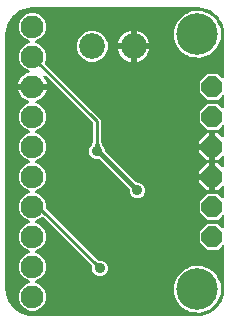
<source format=gbr>
G04 EAGLE Gerber RS-274X export*
G75*
%MOMM*%
%FSLAX34Y34*%
%LPD*%
%INBottom Copper*%
%IPPOS*%
%AMOC8*
5,1,8,0,0,1.08239X$1,22.5*%
G01*
%ADD10C,2.184400*%
%ADD11C,3.516000*%
%ADD12C,1.930400*%
%ADD13P,1.924489X8X202.500000*%
%ADD14C,0.254000*%
%ADD15C,0.906400*%
%ADD16C,0.406400*%

G36*
X165122Y2543D02*
X165122Y2543D01*
X165200Y2545D01*
X168577Y2810D01*
X168645Y2824D01*
X168714Y2829D01*
X168870Y2869D01*
X175294Y4956D01*
X175401Y5006D01*
X175512Y5050D01*
X175563Y5083D01*
X175582Y5091D01*
X175597Y5104D01*
X175648Y5136D01*
X181112Y9107D01*
X181199Y9188D01*
X181246Y9227D01*
X181252Y9231D01*
X181253Y9233D01*
X181291Y9264D01*
X181329Y9310D01*
X181344Y9324D01*
X181355Y9342D01*
X181393Y9388D01*
X183086Y11717D01*
X183099Y11741D01*
X183116Y11761D01*
X183175Y11880D01*
X183239Y11996D01*
X183246Y12022D01*
X183258Y12046D01*
X183285Y12174D01*
X183299Y12185D01*
X183323Y12196D01*
X183425Y12280D01*
X183531Y12361D01*
X183548Y12381D01*
X183568Y12398D01*
X183671Y12522D01*
X185364Y14852D01*
X185421Y14956D01*
X185485Y15056D01*
X185507Y15113D01*
X185517Y15131D01*
X185522Y15151D01*
X185544Y15206D01*
X187631Y21630D01*
X187644Y21698D01*
X187667Y21764D01*
X187690Y21923D01*
X187955Y25300D01*
X187955Y25304D01*
X187956Y25307D01*
X187955Y25326D01*
X187959Y25400D01*
X187959Y61498D01*
X187942Y61636D01*
X187929Y61774D01*
X187922Y61793D01*
X187919Y61814D01*
X187868Y61943D01*
X187821Y62074D01*
X187810Y62090D01*
X187802Y62109D01*
X187721Y62222D01*
X187643Y62337D01*
X187627Y62350D01*
X187616Y62367D01*
X187508Y62455D01*
X187404Y62547D01*
X187386Y62556D01*
X187371Y62569D01*
X187245Y62629D01*
X187121Y62692D01*
X187101Y62696D01*
X187083Y62705D01*
X186947Y62731D01*
X186811Y62761D01*
X186790Y62761D01*
X186771Y62765D01*
X186632Y62756D01*
X186493Y62752D01*
X186473Y62746D01*
X186453Y62745D01*
X186321Y62702D01*
X186187Y62663D01*
X186170Y62653D01*
X186151Y62647D01*
X186033Y62572D01*
X185913Y62502D01*
X185892Y62483D01*
X185882Y62477D01*
X185868Y62462D01*
X185793Y62395D01*
X182324Y58927D01*
X173276Y58927D01*
X166877Y65326D01*
X166877Y74374D01*
X173276Y80773D01*
X182324Y80773D01*
X185793Y77305D01*
X185902Y77219D01*
X186009Y77131D01*
X186028Y77122D01*
X186044Y77110D01*
X186172Y77054D01*
X186297Y76995D01*
X186317Y76991D01*
X186336Y76983D01*
X186474Y76961D01*
X186610Y76935D01*
X186630Y76937D01*
X186650Y76933D01*
X186789Y76946D01*
X186927Y76955D01*
X186946Y76961D01*
X186966Y76963D01*
X187098Y77010D01*
X187229Y77053D01*
X187247Y77064D01*
X187266Y77071D01*
X187381Y77149D01*
X187498Y77223D01*
X187512Y77238D01*
X187529Y77249D01*
X187621Y77354D01*
X187716Y77455D01*
X187726Y77473D01*
X187739Y77488D01*
X187803Y77612D01*
X187870Y77733D01*
X187875Y77753D01*
X187884Y77771D01*
X187914Y77907D01*
X187949Y78041D01*
X187951Y78069D01*
X187954Y78081D01*
X187953Y78102D01*
X187959Y78202D01*
X187959Y86898D01*
X187942Y87036D01*
X187929Y87174D01*
X187922Y87193D01*
X187919Y87214D01*
X187868Y87343D01*
X187821Y87474D01*
X187810Y87490D01*
X187802Y87509D01*
X187721Y87622D01*
X187643Y87737D01*
X187627Y87750D01*
X187616Y87767D01*
X187508Y87855D01*
X187404Y87947D01*
X187386Y87956D01*
X187371Y87969D01*
X187245Y88029D01*
X187121Y88092D01*
X187101Y88096D01*
X187083Y88105D01*
X186947Y88131D01*
X186811Y88161D01*
X186790Y88161D01*
X186771Y88165D01*
X186632Y88156D01*
X186493Y88152D01*
X186473Y88146D01*
X186453Y88145D01*
X186321Y88102D01*
X186187Y88063D01*
X186170Y88053D01*
X186151Y88047D01*
X186033Y87972D01*
X185913Y87902D01*
X185892Y87883D01*
X185882Y87877D01*
X185868Y87862D01*
X185793Y87795D01*
X182324Y84327D01*
X173276Y84327D01*
X166877Y90726D01*
X166877Y99774D01*
X173276Y106173D01*
X182324Y106173D01*
X185793Y102705D01*
X185903Y102619D01*
X186009Y102531D01*
X186028Y102522D01*
X186044Y102510D01*
X186172Y102454D01*
X186297Y102395D01*
X186317Y102391D01*
X186336Y102383D01*
X186474Y102361D01*
X186610Y102335D01*
X186630Y102337D01*
X186650Y102333D01*
X186789Y102346D01*
X186927Y102355D01*
X186946Y102361D01*
X186966Y102363D01*
X187098Y102410D01*
X187229Y102453D01*
X187247Y102464D01*
X187266Y102471D01*
X187381Y102549D01*
X187498Y102623D01*
X187512Y102638D01*
X187529Y102649D01*
X187621Y102754D01*
X187716Y102855D01*
X187726Y102873D01*
X187739Y102888D01*
X187803Y103012D01*
X187870Y103133D01*
X187875Y103153D01*
X187884Y103171D01*
X187914Y103307D01*
X187949Y103441D01*
X187951Y103469D01*
X187954Y103481D01*
X187953Y103502D01*
X187959Y103602D01*
X187959Y111580D01*
X187942Y111717D01*
X187929Y111856D01*
X187922Y111875D01*
X187919Y111895D01*
X187868Y112024D01*
X187821Y112155D01*
X187810Y112172D01*
X187802Y112191D01*
X187721Y112303D01*
X187643Y112418D01*
X187627Y112432D01*
X187616Y112448D01*
X187508Y112537D01*
X187404Y112629D01*
X187386Y112638D01*
X187371Y112651D01*
X187245Y112710D01*
X187121Y112773D01*
X187101Y112778D01*
X187083Y112786D01*
X186947Y112813D01*
X186811Y112843D01*
X186790Y112842D01*
X186771Y112846D01*
X186632Y112838D01*
X186493Y112833D01*
X186473Y112828D01*
X186453Y112827D01*
X186321Y112784D01*
X186187Y112745D01*
X186170Y112735D01*
X186151Y112728D01*
X186033Y112654D01*
X185913Y112583D01*
X185892Y112565D01*
X185882Y112558D01*
X185868Y112543D01*
X185793Y112477D01*
X182535Y109219D01*
X180339Y109219D01*
X180339Y119380D01*
X180324Y119498D01*
X180317Y119617D01*
X180304Y119655D01*
X180299Y119695D01*
X180256Y119806D01*
X180219Y119919D01*
X180197Y119953D01*
X180182Y119991D01*
X180112Y120087D01*
X180049Y120188D01*
X180019Y120216D01*
X179995Y120248D01*
X179904Y120324D01*
X179817Y120406D01*
X179782Y120425D01*
X179751Y120451D01*
X179643Y120502D01*
X179539Y120559D01*
X179499Y120570D01*
X179463Y120587D01*
X179346Y120609D01*
X179231Y120639D01*
X179170Y120643D01*
X179150Y120647D01*
X179130Y120645D01*
X179070Y120649D01*
X177799Y120649D01*
X177799Y120651D01*
X179070Y120651D01*
X179188Y120666D01*
X179307Y120673D01*
X179345Y120686D01*
X179385Y120691D01*
X179496Y120735D01*
X179609Y120771D01*
X179644Y120793D01*
X179681Y120808D01*
X179777Y120878D01*
X179878Y120941D01*
X179906Y120971D01*
X179939Y120995D01*
X180014Y121086D01*
X180096Y121173D01*
X180116Y121208D01*
X180141Y121240D01*
X180192Y121347D01*
X180250Y121452D01*
X180260Y121491D01*
X180277Y121527D01*
X180299Y121644D01*
X180329Y121759D01*
X180333Y121820D01*
X180337Y121840D01*
X180335Y121860D01*
X180339Y121920D01*
X180339Y132081D01*
X182535Y132081D01*
X185793Y128823D01*
X185902Y128738D01*
X186009Y128649D01*
X186028Y128640D01*
X186044Y128628D01*
X186172Y128573D01*
X186297Y128514D01*
X186317Y128510D01*
X186336Y128502D01*
X186474Y128480D01*
X186610Y128454D01*
X186630Y128455D01*
X186650Y128452D01*
X186789Y128465D01*
X186927Y128473D01*
X186946Y128480D01*
X186966Y128482D01*
X187098Y128529D01*
X187229Y128572D01*
X187247Y128582D01*
X187266Y128589D01*
X187381Y128667D01*
X187498Y128742D01*
X187512Y128756D01*
X187529Y128768D01*
X187621Y128872D01*
X187716Y128973D01*
X187726Y128991D01*
X187739Y129006D01*
X187803Y129130D01*
X187870Y129252D01*
X187875Y129271D01*
X187884Y129289D01*
X187914Y129425D01*
X187949Y129560D01*
X187951Y129588D01*
X187954Y129600D01*
X187953Y129620D01*
X187959Y129720D01*
X187959Y136980D01*
X187942Y137117D01*
X187929Y137256D01*
X187922Y137275D01*
X187919Y137295D01*
X187868Y137424D01*
X187821Y137555D01*
X187810Y137572D01*
X187802Y137591D01*
X187721Y137703D01*
X187643Y137818D01*
X187627Y137832D01*
X187616Y137848D01*
X187508Y137937D01*
X187404Y138029D01*
X187386Y138038D01*
X187371Y138051D01*
X187245Y138110D01*
X187121Y138173D01*
X187101Y138178D01*
X187083Y138186D01*
X186947Y138213D01*
X186811Y138243D01*
X186790Y138242D01*
X186771Y138246D01*
X186632Y138238D01*
X186493Y138233D01*
X186473Y138228D01*
X186453Y138227D01*
X186321Y138184D01*
X186187Y138145D01*
X186170Y138135D01*
X186151Y138128D01*
X186033Y138054D01*
X185913Y137983D01*
X185892Y137965D01*
X185882Y137958D01*
X185868Y137943D01*
X185793Y137877D01*
X182535Y134619D01*
X180339Y134619D01*
X180339Y144780D01*
X180324Y144898D01*
X180317Y145017D01*
X180304Y145055D01*
X180299Y145095D01*
X180256Y145206D01*
X180219Y145319D01*
X180197Y145353D01*
X180182Y145391D01*
X180112Y145487D01*
X180049Y145588D01*
X180019Y145616D01*
X179995Y145648D01*
X179904Y145724D01*
X179817Y145806D01*
X179782Y145825D01*
X179751Y145851D01*
X179643Y145902D01*
X179539Y145959D01*
X179499Y145970D01*
X179463Y145987D01*
X179346Y146009D01*
X179231Y146039D01*
X179170Y146043D01*
X179150Y146047D01*
X179130Y146045D01*
X179070Y146049D01*
X177799Y146049D01*
X177799Y146051D01*
X179070Y146051D01*
X179188Y146066D01*
X179307Y146073D01*
X179345Y146086D01*
X179385Y146091D01*
X179496Y146135D01*
X179609Y146171D01*
X179644Y146193D01*
X179681Y146208D01*
X179777Y146278D01*
X179878Y146341D01*
X179906Y146371D01*
X179939Y146395D01*
X180014Y146486D01*
X180096Y146573D01*
X180116Y146608D01*
X180141Y146640D01*
X180192Y146747D01*
X180250Y146852D01*
X180260Y146891D01*
X180277Y146927D01*
X180299Y147044D01*
X180329Y147159D01*
X180333Y147220D01*
X180337Y147240D01*
X180335Y147260D01*
X180339Y147320D01*
X180339Y157481D01*
X182535Y157481D01*
X185793Y154223D01*
X185902Y154138D01*
X186009Y154049D01*
X186028Y154040D01*
X186044Y154028D01*
X186172Y153973D01*
X186297Y153914D01*
X186317Y153910D01*
X186336Y153902D01*
X186474Y153880D01*
X186610Y153854D01*
X186630Y153855D01*
X186650Y153852D01*
X186789Y153865D01*
X186927Y153873D01*
X186946Y153880D01*
X186966Y153882D01*
X187098Y153929D01*
X187229Y153972D01*
X187247Y153982D01*
X187266Y153989D01*
X187381Y154067D01*
X187498Y154142D01*
X187512Y154156D01*
X187529Y154168D01*
X187621Y154272D01*
X187716Y154373D01*
X187726Y154391D01*
X187739Y154406D01*
X187803Y154530D01*
X187870Y154652D01*
X187875Y154671D01*
X187884Y154689D01*
X187914Y154825D01*
X187949Y154960D01*
X187951Y154988D01*
X187954Y155000D01*
X187953Y155020D01*
X187959Y155120D01*
X187959Y163098D01*
X187942Y163236D01*
X187929Y163374D01*
X187922Y163393D01*
X187919Y163414D01*
X187868Y163543D01*
X187821Y163674D01*
X187810Y163690D01*
X187802Y163709D01*
X187721Y163822D01*
X187643Y163937D01*
X187627Y163950D01*
X187616Y163967D01*
X187508Y164055D01*
X187404Y164147D01*
X187386Y164156D01*
X187371Y164169D01*
X187245Y164229D01*
X187121Y164292D01*
X187101Y164296D01*
X187083Y164305D01*
X186947Y164331D01*
X186811Y164361D01*
X186790Y164361D01*
X186771Y164365D01*
X186632Y164356D01*
X186493Y164352D01*
X186473Y164346D01*
X186453Y164345D01*
X186321Y164302D01*
X186187Y164263D01*
X186170Y164253D01*
X186151Y164247D01*
X186033Y164172D01*
X185913Y164102D01*
X185892Y164083D01*
X185882Y164077D01*
X185868Y164062D01*
X185793Y163995D01*
X182324Y160527D01*
X173276Y160527D01*
X166877Y166926D01*
X166877Y175974D01*
X173276Y182373D01*
X182324Y182373D01*
X185793Y178905D01*
X185902Y178819D01*
X186009Y178731D01*
X186028Y178722D01*
X186044Y178710D01*
X186172Y178654D01*
X186297Y178595D01*
X186317Y178591D01*
X186336Y178583D01*
X186474Y178561D01*
X186610Y178535D01*
X186630Y178537D01*
X186650Y178533D01*
X186789Y178546D01*
X186927Y178555D01*
X186946Y178561D01*
X186966Y178563D01*
X187098Y178610D01*
X187229Y178653D01*
X187247Y178664D01*
X187266Y178671D01*
X187381Y178749D01*
X187498Y178823D01*
X187512Y178838D01*
X187529Y178849D01*
X187621Y178954D01*
X187716Y179055D01*
X187726Y179073D01*
X187739Y179088D01*
X187803Y179212D01*
X187870Y179333D01*
X187875Y179353D01*
X187884Y179371D01*
X187914Y179507D01*
X187949Y179641D01*
X187951Y179669D01*
X187954Y179681D01*
X187953Y179702D01*
X187959Y179802D01*
X187959Y188498D01*
X187942Y188636D01*
X187929Y188774D01*
X187922Y188793D01*
X187919Y188814D01*
X187868Y188943D01*
X187821Y189074D01*
X187810Y189090D01*
X187802Y189109D01*
X187721Y189222D01*
X187643Y189337D01*
X187627Y189350D01*
X187616Y189367D01*
X187508Y189455D01*
X187404Y189547D01*
X187386Y189556D01*
X187371Y189569D01*
X187245Y189629D01*
X187121Y189692D01*
X187101Y189696D01*
X187083Y189705D01*
X186947Y189731D01*
X186811Y189761D01*
X186790Y189761D01*
X186771Y189765D01*
X186632Y189756D01*
X186493Y189752D01*
X186473Y189746D01*
X186453Y189745D01*
X186321Y189702D01*
X186187Y189663D01*
X186170Y189653D01*
X186151Y189647D01*
X186033Y189572D01*
X185913Y189502D01*
X185892Y189483D01*
X185882Y189477D01*
X185868Y189462D01*
X185793Y189395D01*
X182324Y185927D01*
X173276Y185927D01*
X166877Y192326D01*
X166877Y201374D01*
X173276Y207773D01*
X182324Y207773D01*
X185793Y204305D01*
X185902Y204219D01*
X186009Y204131D01*
X186028Y204122D01*
X186044Y204110D01*
X186172Y204054D01*
X186297Y203995D01*
X186317Y203991D01*
X186336Y203983D01*
X186474Y203961D01*
X186610Y203935D01*
X186630Y203937D01*
X186650Y203933D01*
X186789Y203946D01*
X186927Y203955D01*
X186946Y203961D01*
X186966Y203963D01*
X187098Y204010D01*
X187229Y204053D01*
X187247Y204064D01*
X187266Y204071D01*
X187381Y204149D01*
X187498Y204223D01*
X187512Y204238D01*
X187529Y204249D01*
X187621Y204354D01*
X187716Y204455D01*
X187726Y204473D01*
X187739Y204488D01*
X187803Y204612D01*
X187870Y204733D01*
X187875Y204753D01*
X187884Y204771D01*
X187914Y204907D01*
X187949Y205041D01*
X187951Y205069D01*
X187954Y205081D01*
X187953Y205102D01*
X187959Y205202D01*
X187959Y241300D01*
X187957Y241322D01*
X187955Y241400D01*
X187690Y244777D01*
X187676Y244845D01*
X187671Y244914D01*
X187631Y245070D01*
X185544Y251494D01*
X185493Y251601D01*
X185450Y251712D01*
X185417Y251763D01*
X185409Y251782D01*
X185396Y251797D01*
X185364Y251848D01*
X183671Y254178D01*
X183653Y254197D01*
X183639Y254220D01*
X183544Y254313D01*
X183453Y254409D01*
X183431Y254424D01*
X183412Y254442D01*
X183298Y254508D01*
X183292Y254524D01*
X183289Y254551D01*
X183240Y254675D01*
X183197Y254800D01*
X183182Y254822D01*
X183172Y254847D01*
X183086Y254983D01*
X181393Y257313D01*
X181312Y257399D01*
X181236Y257491D01*
X181190Y257529D01*
X181176Y257544D01*
X181158Y257555D01*
X181112Y257593D01*
X175648Y261564D01*
X175544Y261621D01*
X175444Y261685D01*
X175387Y261707D01*
X175369Y261717D01*
X175349Y261722D01*
X175294Y261744D01*
X168870Y263831D01*
X168802Y263844D01*
X168736Y263867D01*
X168577Y263890D01*
X165200Y264155D01*
X165178Y264154D01*
X165100Y264159D01*
X25400Y264159D01*
X25378Y264157D01*
X25300Y264155D01*
X21923Y263890D01*
X21855Y263876D01*
X21786Y263871D01*
X21630Y263831D01*
X15206Y261744D01*
X15099Y261694D01*
X14988Y261650D01*
X14937Y261617D01*
X14918Y261609D01*
X14903Y261596D01*
X14852Y261564D01*
X9388Y257593D01*
X9301Y257512D01*
X9209Y257436D01*
X9171Y257390D01*
X9156Y257376D01*
X9145Y257358D01*
X9107Y257312D01*
X5136Y251848D01*
X5079Y251744D01*
X5015Y251644D01*
X4993Y251587D01*
X4983Y251569D01*
X4978Y251549D01*
X4956Y251494D01*
X2869Y245070D01*
X2856Y245002D01*
X2833Y244936D01*
X2810Y244777D01*
X2545Y241400D01*
X2546Y241378D01*
X2541Y241300D01*
X2541Y25400D01*
X2543Y25378D01*
X2545Y25300D01*
X2810Y21923D01*
X2824Y21855D01*
X2829Y21786D01*
X2869Y21630D01*
X4956Y15206D01*
X5006Y15099D01*
X5050Y14988D01*
X5083Y14937D01*
X5091Y14918D01*
X5104Y14903D01*
X5136Y14852D01*
X9107Y9388D01*
X9127Y9366D01*
X9138Y9348D01*
X9184Y9305D01*
X9188Y9301D01*
X9264Y9209D01*
X9310Y9171D01*
X9324Y9156D01*
X9342Y9145D01*
X9388Y9107D01*
X14596Y5322D01*
X14852Y5136D01*
X14956Y5079D01*
X15056Y5015D01*
X15113Y4993D01*
X15131Y4983D01*
X15151Y4978D01*
X15206Y4956D01*
X21630Y2869D01*
X21698Y2856D01*
X21764Y2833D01*
X21923Y2810D01*
X25300Y2545D01*
X25322Y2546D01*
X25400Y2541D01*
X165100Y2541D01*
X165122Y2543D01*
G37*
%LPC*%
G36*
X23076Y7365D02*
X23076Y7365D01*
X18781Y9144D01*
X15494Y12431D01*
X13715Y16726D01*
X13715Y21374D01*
X15494Y25669D01*
X18781Y28956D01*
X22696Y30577D01*
X22752Y30610D01*
X22781Y30621D01*
X22814Y30645D01*
X22817Y30646D01*
X22940Y30711D01*
X22955Y30725D01*
X22972Y30735D01*
X23072Y30832D01*
X23175Y30925D01*
X23186Y30942D01*
X23201Y30956D01*
X23273Y31075D01*
X23350Y31191D01*
X23356Y31210D01*
X23367Y31227D01*
X23408Y31360D01*
X23453Y31492D01*
X23454Y31512D01*
X23460Y31531D01*
X23467Y31670D01*
X23478Y31809D01*
X23475Y31829D01*
X23476Y31849D01*
X23447Y31985D01*
X23424Y32122D01*
X23415Y32141D01*
X23411Y32160D01*
X23350Y32286D01*
X23293Y32412D01*
X23280Y32428D01*
X23272Y32446D01*
X23181Y32552D01*
X23094Y32660D01*
X23078Y32673D01*
X23065Y32688D01*
X22951Y32768D01*
X22840Y32852D01*
X22815Y32864D01*
X22805Y32871D01*
X22786Y32878D01*
X22696Y32923D01*
X18781Y34544D01*
X15494Y37831D01*
X13715Y42126D01*
X13715Y46774D01*
X15494Y51069D01*
X18781Y54356D01*
X22696Y55977D01*
X22817Y56046D01*
X22940Y56111D01*
X22955Y56125D01*
X22972Y56135D01*
X23072Y56232D01*
X23175Y56325D01*
X23186Y56342D01*
X23201Y56356D01*
X23273Y56475D01*
X23350Y56591D01*
X23356Y56610D01*
X23367Y56627D01*
X23408Y56760D01*
X23453Y56892D01*
X23454Y56912D01*
X23460Y56931D01*
X23467Y57070D01*
X23478Y57209D01*
X23475Y57229D01*
X23476Y57249D01*
X23447Y57385D01*
X23424Y57522D01*
X23415Y57541D01*
X23411Y57560D01*
X23350Y57686D01*
X23293Y57812D01*
X23280Y57828D01*
X23272Y57846D01*
X23181Y57952D01*
X23094Y58060D01*
X23078Y58073D01*
X23065Y58088D01*
X22951Y58168D01*
X22840Y58252D01*
X22815Y58264D01*
X22805Y58271D01*
X22786Y58278D01*
X22696Y58323D01*
X18781Y59944D01*
X15494Y63231D01*
X13715Y67526D01*
X13715Y72174D01*
X15494Y76469D01*
X18781Y79756D01*
X22696Y81377D01*
X22817Y81446D01*
X22940Y81511D01*
X22955Y81525D01*
X22972Y81535D01*
X23072Y81632D01*
X23175Y81725D01*
X23186Y81742D01*
X23201Y81756D01*
X23273Y81875D01*
X23350Y81991D01*
X23356Y82010D01*
X23367Y82027D01*
X23408Y82160D01*
X23453Y82292D01*
X23454Y82312D01*
X23460Y82331D01*
X23467Y82470D01*
X23478Y82609D01*
X23475Y82629D01*
X23476Y82649D01*
X23447Y82785D01*
X23424Y82922D01*
X23415Y82941D01*
X23411Y82960D01*
X23350Y83086D01*
X23293Y83212D01*
X23280Y83228D01*
X23272Y83246D01*
X23181Y83352D01*
X23094Y83460D01*
X23078Y83473D01*
X23065Y83488D01*
X22951Y83568D01*
X22840Y83652D01*
X22815Y83664D01*
X22805Y83671D01*
X22786Y83678D01*
X22696Y83723D01*
X18781Y85344D01*
X15494Y88631D01*
X13715Y92926D01*
X13715Y97574D01*
X15494Y101869D01*
X18781Y105156D01*
X22696Y106777D01*
X22817Y106846D01*
X22940Y106911D01*
X22955Y106925D01*
X22972Y106935D01*
X23072Y107032D01*
X23175Y107125D01*
X23186Y107142D01*
X23201Y107156D01*
X23273Y107275D01*
X23350Y107391D01*
X23356Y107410D01*
X23367Y107427D01*
X23408Y107560D01*
X23453Y107692D01*
X23454Y107712D01*
X23460Y107731D01*
X23467Y107870D01*
X23478Y108009D01*
X23475Y108029D01*
X23476Y108049D01*
X23447Y108185D01*
X23424Y108322D01*
X23415Y108341D01*
X23411Y108360D01*
X23350Y108486D01*
X23293Y108612D01*
X23280Y108628D01*
X23272Y108646D01*
X23181Y108752D01*
X23094Y108860D01*
X23078Y108873D01*
X23065Y108888D01*
X22951Y108968D01*
X22840Y109052D01*
X22815Y109064D01*
X22805Y109071D01*
X22786Y109078D01*
X22696Y109123D01*
X18781Y110744D01*
X15494Y114031D01*
X13715Y118326D01*
X13715Y122974D01*
X15494Y127269D01*
X18781Y130556D01*
X22696Y132177D01*
X22817Y132246D01*
X22940Y132311D01*
X22955Y132325D01*
X22972Y132335D01*
X23072Y132432D01*
X23175Y132525D01*
X23186Y132542D01*
X23201Y132556D01*
X23273Y132675D01*
X23350Y132791D01*
X23356Y132810D01*
X23367Y132827D01*
X23408Y132960D01*
X23453Y133092D01*
X23454Y133112D01*
X23460Y133131D01*
X23467Y133269D01*
X23478Y133409D01*
X23475Y133429D01*
X23476Y133449D01*
X23447Y133585D01*
X23424Y133722D01*
X23415Y133741D01*
X23411Y133760D01*
X23350Y133886D01*
X23293Y134012D01*
X23280Y134028D01*
X23272Y134046D01*
X23181Y134152D01*
X23094Y134260D01*
X23078Y134273D01*
X23065Y134288D01*
X22951Y134368D01*
X22840Y134452D01*
X22815Y134464D01*
X22805Y134471D01*
X22786Y134478D01*
X22696Y134523D01*
X18781Y136144D01*
X15494Y139431D01*
X13715Y143726D01*
X13715Y148374D01*
X15494Y152669D01*
X18781Y155956D01*
X22696Y157577D01*
X22817Y157646D01*
X22940Y157711D01*
X22955Y157725D01*
X22972Y157735D01*
X23072Y157832D01*
X23175Y157925D01*
X23186Y157942D01*
X23201Y157956D01*
X23273Y158075D01*
X23350Y158191D01*
X23356Y158210D01*
X23367Y158227D01*
X23408Y158360D01*
X23453Y158492D01*
X23454Y158512D01*
X23460Y158531D01*
X23467Y158669D01*
X23478Y158809D01*
X23475Y158829D01*
X23476Y158849D01*
X23447Y158985D01*
X23424Y159122D01*
X23415Y159141D01*
X23411Y159160D01*
X23350Y159286D01*
X23293Y159412D01*
X23280Y159428D01*
X23272Y159446D01*
X23181Y159552D01*
X23094Y159660D01*
X23078Y159673D01*
X23065Y159688D01*
X22951Y159768D01*
X22840Y159852D01*
X22815Y159864D01*
X22805Y159871D01*
X22786Y159878D01*
X22696Y159923D01*
X18781Y161544D01*
X15494Y164831D01*
X13715Y169126D01*
X13715Y173774D01*
X15494Y178069D01*
X18781Y181356D01*
X22130Y182743D01*
X22156Y182758D01*
X22184Y182767D01*
X22294Y182836D01*
X22406Y182900D01*
X22428Y182921D01*
X22453Y182937D01*
X22542Y183032D01*
X22635Y183122D01*
X22650Y183147D01*
X22671Y183169D01*
X22733Y183283D01*
X22801Y183393D01*
X22810Y183421D01*
X22824Y183448D01*
X22856Y183573D01*
X22894Y183697D01*
X22896Y183727D01*
X22903Y183756D01*
X22903Y183885D01*
X22910Y184014D01*
X22904Y184044D01*
X22904Y184074D01*
X22871Y184199D01*
X22845Y184326D01*
X22832Y184353D01*
X22825Y184382D01*
X22763Y184495D01*
X22706Y184612D01*
X22686Y184634D01*
X22672Y184661D01*
X22583Y184755D01*
X22499Y184854D01*
X22475Y184871D01*
X22454Y184893D01*
X22345Y184962D01*
X22239Y185037D01*
X22211Y185047D01*
X22186Y185063D01*
X22036Y185123D01*
X20720Y185551D01*
X19010Y186422D01*
X17457Y187550D01*
X16100Y188907D01*
X14972Y190460D01*
X14101Y192170D01*
X13507Y193995D01*
X13451Y194351D01*
X24170Y194351D01*
X24288Y194366D01*
X24407Y194373D01*
X24445Y194385D01*
X24485Y194391D01*
X24596Y194434D01*
X24709Y194471D01*
X24743Y194493D01*
X24781Y194508D01*
X24877Y194577D01*
X24978Y194641D01*
X25006Y194671D01*
X25038Y194694D01*
X25114Y194786D01*
X25196Y194873D01*
X25215Y194908D01*
X25241Y194939D01*
X25292Y195047D01*
X25349Y195151D01*
X25359Y195191D01*
X25377Y195227D01*
X25397Y195334D01*
X25401Y195304D01*
X25445Y195194D01*
X25481Y195081D01*
X25503Y195046D01*
X25518Y195009D01*
X25588Y194912D01*
X25651Y194812D01*
X25681Y194784D01*
X25705Y194751D01*
X25796Y194675D01*
X25883Y194594D01*
X25918Y194574D01*
X25950Y194549D01*
X26057Y194498D01*
X26162Y194440D01*
X26201Y194430D01*
X26237Y194413D01*
X26354Y194391D01*
X26470Y194361D01*
X26530Y194357D01*
X26550Y194353D01*
X26570Y194355D01*
X26630Y194351D01*
X37349Y194351D01*
X37293Y193995D01*
X36699Y192170D01*
X35828Y190460D01*
X34700Y188907D01*
X33343Y187550D01*
X31790Y186422D01*
X30080Y185551D01*
X28764Y185123D01*
X28737Y185110D01*
X28708Y185103D01*
X28593Y185042D01*
X28476Y184987D01*
X28453Y184968D01*
X28426Y184954D01*
X28330Y184867D01*
X28231Y184785D01*
X28213Y184760D01*
X28191Y184740D01*
X28120Y184632D01*
X28044Y184527D01*
X28033Y184500D01*
X28016Y184475D01*
X27974Y184352D01*
X27927Y184232D01*
X27923Y184202D01*
X27913Y184174D01*
X27903Y184045D01*
X27887Y183916D01*
X27890Y183887D01*
X27888Y183857D01*
X27910Y183729D01*
X27926Y183601D01*
X27937Y183573D01*
X27942Y183544D01*
X27995Y183425D01*
X28043Y183305D01*
X28061Y183281D01*
X28073Y183254D01*
X28154Y183152D01*
X28230Y183048D01*
X28253Y183029D01*
X28271Y183005D01*
X28375Y182927D01*
X28475Y182845D01*
X28502Y182832D01*
X28526Y182814D01*
X28670Y182743D01*
X32019Y181356D01*
X35306Y178069D01*
X37085Y173774D01*
X37085Y169126D01*
X35306Y164831D01*
X32019Y161544D01*
X28104Y159923D01*
X27984Y159854D01*
X27860Y159789D01*
X27846Y159775D01*
X27828Y159765D01*
X27728Y159668D01*
X27625Y159575D01*
X27614Y159558D01*
X27599Y159544D01*
X27527Y159426D01*
X27450Y159309D01*
X27444Y159290D01*
X27433Y159273D01*
X27392Y159140D01*
X27347Y159008D01*
X27346Y158988D01*
X27340Y158969D01*
X27333Y158830D01*
X27322Y158691D01*
X27325Y158671D01*
X27324Y158651D01*
X27353Y158515D01*
X27376Y158378D01*
X27385Y158360D01*
X27389Y158340D01*
X27450Y158214D01*
X27507Y158088D01*
X27520Y158072D01*
X27528Y158054D01*
X27619Y157948D01*
X27706Y157840D01*
X27722Y157827D01*
X27735Y157812D01*
X27849Y157732D01*
X27960Y157648D01*
X27985Y157636D01*
X27995Y157629D01*
X28014Y157622D01*
X28104Y157577D01*
X32019Y155956D01*
X35306Y152669D01*
X37085Y148374D01*
X37085Y143726D01*
X35306Y139431D01*
X32019Y136144D01*
X28104Y134523D01*
X27984Y134454D01*
X27860Y134389D01*
X27846Y134375D01*
X27828Y134365D01*
X27728Y134268D01*
X27625Y134175D01*
X27614Y134158D01*
X27599Y134144D01*
X27527Y134026D01*
X27450Y133909D01*
X27444Y133890D01*
X27433Y133873D01*
X27392Y133740D01*
X27347Y133608D01*
X27346Y133588D01*
X27340Y133569D01*
X27333Y133430D01*
X27322Y133291D01*
X27325Y133271D01*
X27324Y133251D01*
X27353Y133115D01*
X27376Y132978D01*
X27385Y132960D01*
X27389Y132940D01*
X27450Y132814D01*
X27507Y132688D01*
X27520Y132672D01*
X27528Y132654D01*
X27619Y132548D01*
X27706Y132440D01*
X27722Y132427D01*
X27735Y132412D01*
X27849Y132332D01*
X27960Y132248D01*
X27985Y132236D01*
X27995Y132229D01*
X28014Y132222D01*
X28104Y132177D01*
X32019Y130556D01*
X35306Y127269D01*
X37085Y122974D01*
X37085Y118326D01*
X35306Y114031D01*
X32019Y110744D01*
X28104Y109123D01*
X27984Y109054D01*
X27860Y108989D01*
X27846Y108975D01*
X27828Y108965D01*
X27728Y108868D01*
X27625Y108775D01*
X27614Y108758D01*
X27599Y108744D01*
X27527Y108626D01*
X27450Y108509D01*
X27444Y108490D01*
X27433Y108473D01*
X27392Y108340D01*
X27347Y108208D01*
X27346Y108188D01*
X27340Y108169D01*
X27333Y108030D01*
X27322Y107891D01*
X27325Y107871D01*
X27324Y107851D01*
X27353Y107715D01*
X27376Y107578D01*
X27385Y107560D01*
X27389Y107540D01*
X27450Y107414D01*
X27507Y107288D01*
X27520Y107272D01*
X27528Y107254D01*
X27619Y107148D01*
X27706Y107040D01*
X27722Y107027D01*
X27735Y107012D01*
X27849Y106932D01*
X27960Y106848D01*
X27985Y106836D01*
X27995Y106829D01*
X28014Y106822D01*
X28104Y106777D01*
X32019Y105156D01*
X35306Y101869D01*
X37085Y97574D01*
X37085Y93842D01*
X37097Y93744D01*
X37100Y93645D01*
X37117Y93586D01*
X37125Y93526D01*
X37161Y93434D01*
X37189Y93339D01*
X37219Y93287D01*
X37242Y93231D01*
X37300Y93151D01*
X37350Y93065D01*
X37416Y92990D01*
X37428Y92973D01*
X37438Y92965D01*
X37456Y92944D01*
X80284Y50116D01*
X80363Y50056D01*
X80435Y49988D01*
X80488Y49959D01*
X80536Y49922D01*
X80627Y49882D01*
X80713Y49834D01*
X80772Y49819D01*
X80827Y49795D01*
X80925Y49780D01*
X81021Y49755D01*
X81121Y49749D01*
X81142Y49745D01*
X81154Y49747D01*
X81182Y49745D01*
X83856Y49745D01*
X86269Y48745D01*
X88115Y46899D01*
X89115Y44486D01*
X89115Y41874D01*
X88115Y39461D01*
X86269Y37615D01*
X83856Y36615D01*
X81244Y36615D01*
X78831Y37615D01*
X76985Y39461D01*
X75985Y41874D01*
X75985Y44548D01*
X75973Y44646D01*
X75970Y44745D01*
X75953Y44804D01*
X75945Y44864D01*
X75909Y44956D01*
X75881Y45051D01*
X75851Y45103D01*
X75828Y45159D01*
X75770Y45239D01*
X75720Y45325D01*
X75654Y45400D01*
X75642Y45417D01*
X75632Y45425D01*
X75614Y45446D01*
X34764Y86295D01*
X34670Y86368D01*
X34581Y86447D01*
X34545Y86465D01*
X34513Y86490D01*
X34404Y86537D01*
X34298Y86591D01*
X34259Y86600D01*
X34221Y86616D01*
X34104Y86635D01*
X33988Y86661D01*
X33947Y86660D01*
X33907Y86666D01*
X33789Y86655D01*
X33670Y86651D01*
X33631Y86640D01*
X33591Y86636D01*
X33478Y86596D01*
X33364Y86563D01*
X33329Y86542D01*
X33291Y86528D01*
X33193Y86462D01*
X33090Y86401D01*
X33045Y86361D01*
X33028Y86350D01*
X33015Y86335D01*
X32969Y86295D01*
X32019Y85344D01*
X28104Y83723D01*
X27984Y83654D01*
X27860Y83589D01*
X27846Y83575D01*
X27828Y83565D01*
X27728Y83468D01*
X27625Y83375D01*
X27614Y83358D01*
X27599Y83344D01*
X27527Y83226D01*
X27450Y83109D01*
X27444Y83090D01*
X27433Y83073D01*
X27392Y82940D01*
X27347Y82808D01*
X27346Y82788D01*
X27340Y82769D01*
X27333Y82630D01*
X27322Y82491D01*
X27325Y82471D01*
X27324Y82451D01*
X27353Y82315D01*
X27376Y82178D01*
X27385Y82160D01*
X27389Y82140D01*
X27450Y82014D01*
X27507Y81888D01*
X27520Y81872D01*
X27528Y81854D01*
X27619Y81748D01*
X27706Y81640D01*
X27722Y81627D01*
X27735Y81612D01*
X27849Y81532D01*
X27960Y81448D01*
X27985Y81436D01*
X27995Y81429D01*
X28014Y81422D01*
X28104Y81377D01*
X32019Y79756D01*
X35306Y76469D01*
X37085Y72174D01*
X37085Y67526D01*
X35306Y63231D01*
X32019Y59944D01*
X28104Y58323D01*
X27984Y58254D01*
X27860Y58189D01*
X27846Y58175D01*
X27828Y58165D01*
X27728Y58068D01*
X27625Y57975D01*
X27614Y57958D01*
X27599Y57944D01*
X27527Y57826D01*
X27450Y57709D01*
X27444Y57690D01*
X27433Y57673D01*
X27392Y57540D01*
X27347Y57408D01*
X27346Y57388D01*
X27340Y57369D01*
X27333Y57230D01*
X27322Y57091D01*
X27325Y57071D01*
X27324Y57051D01*
X27353Y56915D01*
X27376Y56778D01*
X27385Y56760D01*
X27389Y56740D01*
X27450Y56614D01*
X27507Y56488D01*
X27520Y56472D01*
X27528Y56454D01*
X27619Y56348D01*
X27706Y56240D01*
X27722Y56227D01*
X27735Y56212D01*
X27849Y56132D01*
X27960Y56048D01*
X27985Y56036D01*
X27995Y56029D01*
X28014Y56022D01*
X28104Y55977D01*
X32019Y54356D01*
X35306Y51069D01*
X37085Y46774D01*
X37085Y42126D01*
X35306Y37831D01*
X32019Y34544D01*
X28104Y32923D01*
X27984Y32854D01*
X27860Y32789D01*
X27846Y32775D01*
X27828Y32765D01*
X27728Y32668D01*
X27625Y32575D01*
X27614Y32558D01*
X27599Y32544D01*
X27527Y32426D01*
X27450Y32309D01*
X27444Y32290D01*
X27433Y32273D01*
X27392Y32140D01*
X27347Y32008D01*
X27346Y31988D01*
X27340Y31969D01*
X27333Y31830D01*
X27322Y31691D01*
X27325Y31671D01*
X27324Y31651D01*
X27353Y31515D01*
X27376Y31378D01*
X27385Y31360D01*
X27389Y31340D01*
X27450Y31214D01*
X27507Y31088D01*
X27520Y31072D01*
X27528Y31054D01*
X27619Y30948D01*
X27706Y30840D01*
X27722Y30827D01*
X27735Y30812D01*
X27849Y30732D01*
X27960Y30648D01*
X27985Y30636D01*
X27995Y30629D01*
X28014Y30622D01*
X28104Y30577D01*
X32019Y28956D01*
X35306Y25669D01*
X37085Y21374D01*
X37085Y16726D01*
X35306Y12431D01*
X32019Y9144D01*
X27724Y7365D01*
X23076Y7365D01*
G37*
%LPD*%
%LPC*%
G36*
X112994Y102655D02*
X112994Y102655D01*
X110581Y103655D01*
X108735Y105501D01*
X107735Y107914D01*
X107735Y109511D01*
X107723Y109609D01*
X107720Y109708D01*
X107703Y109766D01*
X107695Y109826D01*
X107659Y109918D01*
X107631Y110013D01*
X107601Y110065D01*
X107578Y110122D01*
X107520Y110202D01*
X107470Y110287D01*
X107404Y110363D01*
X107392Y110379D01*
X107382Y110387D01*
X107364Y110408D01*
X82467Y135304D01*
X82440Y135325D01*
X82418Y135351D01*
X82356Y135394D01*
X82315Y135432D01*
X82271Y135457D01*
X82216Y135499D01*
X82185Y135513D01*
X82156Y135532D01*
X82087Y135558D01*
X82037Y135586D01*
X81986Y135599D01*
X81924Y135625D01*
X81890Y135631D01*
X81858Y135643D01*
X81786Y135650D01*
X81729Y135665D01*
X81639Y135671D01*
X81610Y135675D01*
X81593Y135674D01*
X81568Y135675D01*
X81545Y135675D01*
X81542Y135676D01*
X81539Y135675D01*
X78704Y135675D01*
X76291Y136675D01*
X74445Y138521D01*
X73445Y140934D01*
X73445Y143546D01*
X74445Y145959D01*
X75574Y147087D01*
X75634Y147166D01*
X75702Y147238D01*
X75731Y147291D01*
X75768Y147339D01*
X75808Y147430D01*
X75856Y147516D01*
X75871Y147575D01*
X75895Y147631D01*
X75910Y147729D01*
X75935Y147824D01*
X75941Y147924D01*
X75945Y147945D01*
X75943Y147957D01*
X75945Y147985D01*
X75945Y149004D01*
X76336Y149394D01*
X76396Y149472D01*
X76464Y149544D01*
X76493Y149597D01*
X76530Y149645D01*
X76570Y149736D01*
X76618Y149823D01*
X76633Y149881D01*
X76657Y149937D01*
X76672Y150035D01*
X76697Y150131D01*
X76703Y150231D01*
X76707Y150251D01*
X76705Y150263D01*
X76707Y150291D01*
X76707Y165746D01*
X76695Y165844D01*
X76692Y165943D01*
X76675Y166002D01*
X76667Y166062D01*
X76631Y166154D01*
X76603Y166249D01*
X76573Y166301D01*
X76550Y166357D01*
X76492Y166437D01*
X76442Y166523D01*
X76376Y166598D01*
X76364Y166615D01*
X76354Y166623D01*
X76336Y166644D01*
X36842Y206138D01*
X36794Y206174D01*
X36753Y206218D01*
X36669Y206271D01*
X36590Y206333D01*
X36535Y206356D01*
X36485Y206388D01*
X36390Y206419D01*
X36299Y206459D01*
X36239Y206468D01*
X36182Y206487D01*
X36083Y206493D01*
X35984Y206509D01*
X35925Y206503D01*
X35865Y206507D01*
X35767Y206488D01*
X35668Y206479D01*
X35611Y206459D01*
X35553Y206447D01*
X35462Y206405D01*
X35369Y206371D01*
X35319Y206338D01*
X35265Y206312D01*
X35188Y206249D01*
X35105Y206193D01*
X35066Y206148D01*
X35020Y206110D01*
X34961Y206029D01*
X34895Y205954D01*
X34868Y205901D01*
X34832Y205852D01*
X34796Y205760D01*
X34750Y205671D01*
X34737Y205613D01*
X34715Y205557D01*
X34702Y205458D01*
X34681Y205361D01*
X34682Y205301D01*
X34675Y205241D01*
X34687Y205142D01*
X34690Y205043D01*
X34707Y204985D01*
X34714Y204926D01*
X34751Y204833D01*
X34779Y204737D01*
X34809Y204686D01*
X34831Y204630D01*
X34917Y204494D01*
X35828Y203240D01*
X36699Y201530D01*
X37293Y199705D01*
X37349Y199349D01*
X26630Y199349D01*
X26512Y199334D01*
X26393Y199327D01*
X26355Y199314D01*
X26315Y199309D01*
X26204Y199266D01*
X26091Y199229D01*
X26057Y199207D01*
X26019Y199192D01*
X25923Y199123D01*
X25822Y199059D01*
X25794Y199029D01*
X25762Y199006D01*
X25686Y198914D01*
X25604Y198827D01*
X25585Y198792D01*
X25559Y198761D01*
X25508Y198653D01*
X25451Y198549D01*
X25441Y198509D01*
X25423Y198473D01*
X25403Y198366D01*
X25399Y198396D01*
X25355Y198506D01*
X25319Y198619D01*
X25297Y198654D01*
X25282Y198691D01*
X25212Y198787D01*
X25149Y198888D01*
X25119Y198916D01*
X25095Y198949D01*
X25004Y199025D01*
X24917Y199106D01*
X24882Y199126D01*
X24850Y199151D01*
X24743Y199202D01*
X24638Y199260D01*
X24599Y199270D01*
X24563Y199287D01*
X24446Y199309D01*
X24330Y199339D01*
X24270Y199343D01*
X24250Y199347D01*
X24230Y199345D01*
X24170Y199349D01*
X13451Y199349D01*
X13507Y199705D01*
X14101Y201530D01*
X14972Y203240D01*
X16100Y204793D01*
X17457Y206150D01*
X19010Y207278D01*
X20720Y208149D01*
X22036Y208577D01*
X22063Y208590D01*
X22092Y208597D01*
X22207Y208658D01*
X22324Y208713D01*
X22347Y208732D01*
X22374Y208746D01*
X22470Y208833D01*
X22569Y208915D01*
X22587Y208940D01*
X22609Y208960D01*
X22680Y209068D01*
X22756Y209173D01*
X22767Y209200D01*
X22784Y209225D01*
X22826Y209348D01*
X22873Y209468D01*
X22877Y209498D01*
X22887Y209526D01*
X22897Y209655D01*
X22913Y209784D01*
X22910Y209813D01*
X22912Y209843D01*
X22890Y209971D01*
X22874Y210099D01*
X22863Y210127D01*
X22858Y210156D01*
X22805Y210275D01*
X22757Y210395D01*
X22739Y210419D01*
X22727Y210446D01*
X22646Y210548D01*
X22570Y210652D01*
X22547Y210671D01*
X22529Y210695D01*
X22425Y210773D01*
X22325Y210855D01*
X22298Y210868D01*
X22274Y210886D01*
X22130Y210957D01*
X18781Y212344D01*
X15494Y215631D01*
X13715Y219926D01*
X13715Y224574D01*
X15494Y228869D01*
X18781Y232156D01*
X22696Y233777D01*
X22817Y233846D01*
X22940Y233911D01*
X22955Y233925D01*
X22972Y233935D01*
X23072Y234032D01*
X23175Y234125D01*
X23186Y234142D01*
X23201Y234156D01*
X23273Y234275D01*
X23350Y234391D01*
X23356Y234410D01*
X23367Y234427D01*
X23408Y234560D01*
X23453Y234692D01*
X23454Y234712D01*
X23460Y234731D01*
X23467Y234870D01*
X23478Y235009D01*
X23475Y235029D01*
X23476Y235049D01*
X23447Y235185D01*
X23424Y235322D01*
X23415Y235341D01*
X23411Y235360D01*
X23350Y235486D01*
X23293Y235612D01*
X23280Y235628D01*
X23272Y235646D01*
X23181Y235752D01*
X23094Y235860D01*
X23078Y235873D01*
X23065Y235888D01*
X22951Y235968D01*
X22840Y236052D01*
X22815Y236064D01*
X22805Y236071D01*
X22786Y236078D01*
X22696Y236123D01*
X18781Y237744D01*
X15494Y241031D01*
X13715Y245326D01*
X13715Y249974D01*
X15494Y254269D01*
X18781Y257556D01*
X23076Y259335D01*
X27724Y259335D01*
X32019Y257556D01*
X35306Y254269D01*
X37085Y249974D01*
X37085Y245326D01*
X35306Y241031D01*
X32019Y237744D01*
X28104Y236123D01*
X27984Y236054D01*
X27860Y235989D01*
X27846Y235975D01*
X27828Y235965D01*
X27728Y235868D01*
X27625Y235775D01*
X27614Y235758D01*
X27599Y235744D01*
X27527Y235626D01*
X27450Y235509D01*
X27444Y235490D01*
X27433Y235473D01*
X27392Y235340D01*
X27347Y235208D01*
X27346Y235188D01*
X27340Y235169D01*
X27333Y235030D01*
X27322Y234891D01*
X27325Y234871D01*
X27324Y234851D01*
X27353Y234715D01*
X27376Y234578D01*
X27385Y234560D01*
X27389Y234540D01*
X27450Y234414D01*
X27507Y234288D01*
X27520Y234272D01*
X27528Y234254D01*
X27619Y234148D01*
X27706Y234040D01*
X27722Y234027D01*
X27735Y234012D01*
X27849Y233932D01*
X27960Y233848D01*
X27985Y233836D01*
X27995Y233829D01*
X28014Y233822D01*
X28104Y233777D01*
X32019Y232156D01*
X35306Y228869D01*
X37085Y224574D01*
X37085Y219926D01*
X36036Y217393D01*
X36028Y217365D01*
X36014Y217338D01*
X35986Y217212D01*
X35952Y217086D01*
X35951Y217057D01*
X35945Y217028D01*
X35949Y216898D01*
X35947Y216768D01*
X35954Y216740D01*
X35954Y216710D01*
X35991Y216586D01*
X36021Y216459D01*
X36035Y216433D01*
X36043Y216405D01*
X36109Y216293D01*
X36170Y216178D01*
X36189Y216156D01*
X36204Y216131D01*
X36311Y216010D01*
X81006Y171314D01*
X83313Y169008D01*
X83313Y150291D01*
X83325Y150193D01*
X83328Y150094D01*
X83345Y150036D01*
X83353Y149976D01*
X83389Y149884D01*
X83417Y149789D01*
X83447Y149737D01*
X83470Y149680D01*
X83528Y149600D01*
X83578Y149515D01*
X83644Y149439D01*
X83656Y149423D01*
X83666Y149415D01*
X83684Y149394D01*
X84075Y149004D01*
X84075Y147985D01*
X84087Y147887D01*
X84090Y147788D01*
X84107Y147729D01*
X84115Y147669D01*
X84151Y147577D01*
X84179Y147482D01*
X84209Y147430D01*
X84232Y147374D01*
X84290Y147294D01*
X84340Y147208D01*
X84406Y147133D01*
X84418Y147116D01*
X84428Y147109D01*
X84446Y147087D01*
X85575Y145959D01*
X86575Y143546D01*
X86575Y143219D01*
X86587Y143121D01*
X86590Y143022D01*
X86607Y142964D01*
X86615Y142904D01*
X86651Y142812D01*
X86679Y142717D01*
X86709Y142665D01*
X86732Y142608D01*
X86790Y142528D01*
X86840Y142443D01*
X86906Y142367D01*
X86918Y142351D01*
X86928Y142343D01*
X86946Y142322D01*
X113112Y116156D01*
X113190Y116096D01*
X113262Y116028D01*
X113315Y115999D01*
X113363Y115962D01*
X113454Y115922D01*
X113541Y115874D01*
X113599Y115859D01*
X113655Y115835D01*
X113753Y115820D01*
X113849Y115795D01*
X113949Y115789D01*
X113969Y115785D01*
X113981Y115787D01*
X114009Y115785D01*
X115606Y115785D01*
X118019Y114785D01*
X119865Y112939D01*
X120865Y110526D01*
X120865Y107914D01*
X119865Y105501D01*
X118019Y103655D01*
X115606Y102655D01*
X112994Y102655D01*
G37*
%LPD*%
%LPC*%
G36*
X163376Y221680D02*
X163376Y221680D01*
X163358Y221680D01*
X163243Y221687D01*
X161199Y221687D01*
X160651Y221914D01*
X160552Y221941D01*
X160457Y221977D01*
X160365Y221992D01*
X160344Y221998D01*
X160331Y221998D01*
X160298Y222004D01*
X158879Y222153D01*
X155915Y223864D01*
X155913Y223865D01*
X155910Y223867D01*
X155766Y223938D01*
X153990Y224673D01*
X153393Y225270D01*
X153326Y225322D01*
X153265Y225383D01*
X153151Y225458D01*
X153142Y225465D01*
X153138Y225467D01*
X153131Y225472D01*
X151629Y226339D01*
X149839Y228803D01*
X149826Y228817D01*
X149816Y228833D01*
X149709Y228954D01*
X148473Y230190D01*
X148057Y231196D01*
X148022Y231256D01*
X147997Y231320D01*
X147911Y231456D01*
X146708Y233111D01*
X146147Y235749D01*
X146136Y235783D01*
X146131Y235819D01*
X146079Y235971D01*
X145487Y237399D01*
X145487Y238722D01*
X145481Y238774D01*
X145483Y238826D01*
X145460Y238986D01*
X144968Y241300D01*
X145460Y243614D01*
X145464Y243667D01*
X145477Y243717D01*
X145487Y243878D01*
X145487Y245201D01*
X146079Y246629D01*
X146088Y246663D01*
X146104Y246695D01*
X146147Y246851D01*
X146708Y249489D01*
X147911Y251144D01*
X147944Y251205D01*
X147986Y251260D01*
X148057Y251404D01*
X148473Y252410D01*
X149709Y253646D01*
X149721Y253661D01*
X149736Y253673D01*
X149839Y253797D01*
X151629Y256261D01*
X153131Y257128D01*
X153199Y257180D01*
X153273Y257224D01*
X153375Y257314D01*
X153384Y257321D01*
X153387Y257324D01*
X153393Y257330D01*
X153990Y257927D01*
X155766Y258662D01*
X155768Y258664D01*
X155771Y258664D01*
X155915Y258736D01*
X158879Y260447D01*
X160298Y260596D01*
X160398Y260620D01*
X160499Y260634D01*
X160587Y260664D01*
X160608Y260669D01*
X160620Y260675D01*
X160651Y260686D01*
X161199Y260913D01*
X163243Y260913D01*
X163260Y260915D01*
X163376Y260920D01*
X167204Y261322D01*
X168273Y260975D01*
X168390Y260953D01*
X168505Y260923D01*
X168565Y260919D01*
X168585Y260915D01*
X168606Y260917D01*
X168665Y260913D01*
X169001Y260913D01*
X170909Y260122D01*
X170930Y260117D01*
X171003Y260088D01*
X175166Y258735D01*
X175778Y258185D01*
X175889Y258107D01*
X175997Y258026D01*
X176027Y258011D01*
X176039Y258003D01*
X176059Y257996D01*
X176141Y257955D01*
X176210Y257927D01*
X177505Y256632D01*
X177519Y256621D01*
X177553Y256586D01*
X181210Y253293D01*
X181232Y253278D01*
X181250Y253259D01*
X181362Y253187D01*
X181410Y253154D01*
X181414Y253117D01*
X181424Y253092D01*
X181429Y253066D01*
X181485Y252915D01*
X181600Y252656D01*
X181679Y252526D01*
X181950Y251871D01*
X181955Y251862D01*
X181963Y251841D01*
X184792Y245486D01*
X184792Y237114D01*
X181963Y230759D01*
X181960Y230749D01*
X181950Y230729D01*
X181694Y230111D01*
X181675Y230087D01*
X181670Y230079D01*
X181668Y230075D01*
X181663Y230064D01*
X181600Y229944D01*
X181387Y229466D01*
X177553Y226014D01*
X177541Y226000D01*
X177505Y225968D01*
X176210Y224673D01*
X176141Y224645D01*
X176024Y224578D01*
X175904Y224515D01*
X175877Y224494D01*
X175865Y224487D01*
X175850Y224472D01*
X175778Y224415D01*
X175166Y223865D01*
X171002Y222512D01*
X170983Y222503D01*
X170909Y222477D01*
X169001Y221687D01*
X168665Y221687D01*
X168547Y221672D01*
X168429Y221665D01*
X168370Y221650D01*
X168350Y221647D01*
X168331Y221640D01*
X168273Y221625D01*
X167204Y221278D01*
X163376Y221680D01*
G37*
%LPD*%
%LPC*%
G36*
X163376Y5780D02*
X163376Y5780D01*
X163358Y5780D01*
X163243Y5787D01*
X161199Y5787D01*
X160651Y6014D01*
X160552Y6041D01*
X160457Y6077D01*
X160365Y6092D01*
X160344Y6098D01*
X160331Y6098D01*
X160298Y6104D01*
X158879Y6253D01*
X155915Y7964D01*
X155913Y7965D01*
X155910Y7967D01*
X155766Y8038D01*
X153990Y8773D01*
X153393Y9370D01*
X153326Y9422D01*
X153265Y9483D01*
X153151Y9558D01*
X153142Y9565D01*
X153138Y9567D01*
X153131Y9572D01*
X151629Y10439D01*
X149839Y12903D01*
X149826Y12917D01*
X149816Y12933D01*
X149709Y13054D01*
X148473Y14290D01*
X148057Y15296D01*
X148022Y15356D01*
X147997Y15420D01*
X147911Y15556D01*
X146708Y17211D01*
X146147Y19849D01*
X146136Y19883D01*
X146131Y19919D01*
X146079Y20071D01*
X145487Y21499D01*
X145487Y22822D01*
X145481Y22874D01*
X145483Y22926D01*
X145460Y23086D01*
X144968Y25400D01*
X145460Y27714D01*
X145464Y27767D01*
X145477Y27817D01*
X145487Y27978D01*
X145487Y29301D01*
X146079Y30729D01*
X146088Y30763D01*
X146104Y30795D01*
X146147Y30951D01*
X146708Y33589D01*
X147911Y35244D01*
X147944Y35305D01*
X147986Y35360D01*
X148057Y35504D01*
X148473Y36510D01*
X149709Y37746D01*
X149721Y37761D01*
X149736Y37773D01*
X149839Y37897D01*
X151629Y40361D01*
X153131Y41228D01*
X153199Y41280D01*
X153273Y41324D01*
X153375Y41414D01*
X153384Y41421D01*
X153387Y41424D01*
X153393Y41430D01*
X153990Y42027D01*
X155766Y42762D01*
X155768Y42764D01*
X155771Y42764D01*
X155915Y42836D01*
X158879Y44547D01*
X160298Y44696D01*
X160398Y44720D01*
X160499Y44734D01*
X160587Y44764D01*
X160608Y44769D01*
X160620Y44775D01*
X160651Y44786D01*
X161199Y45013D01*
X163243Y45013D01*
X163260Y45015D01*
X163376Y45020D01*
X167204Y45422D01*
X168273Y45075D01*
X168390Y45053D01*
X168505Y45023D01*
X168565Y45019D01*
X168585Y45015D01*
X168606Y45017D01*
X168665Y45013D01*
X169001Y45013D01*
X170909Y44222D01*
X170930Y44217D01*
X171003Y44188D01*
X175166Y42835D01*
X175778Y42285D01*
X175889Y42207D01*
X175997Y42126D01*
X176027Y42111D01*
X176039Y42103D01*
X176059Y42096D01*
X176141Y42055D01*
X176210Y42027D01*
X177505Y40732D01*
X177519Y40721D01*
X177553Y40686D01*
X181387Y37234D01*
X181600Y36756D01*
X181679Y36626D01*
X181950Y35971D01*
X181955Y35962D01*
X181963Y35941D01*
X184792Y29586D01*
X184792Y21214D01*
X181963Y14859D01*
X181960Y14849D01*
X181950Y14829D01*
X181694Y14211D01*
X181675Y14187D01*
X181670Y14179D01*
X181668Y14175D01*
X181663Y14164D01*
X181600Y14044D01*
X181485Y13785D01*
X181477Y13759D01*
X181464Y13736D01*
X181431Y13607D01*
X181414Y13552D01*
X181380Y13536D01*
X181360Y13519D01*
X181336Y13507D01*
X181210Y13407D01*
X177553Y10114D01*
X177541Y10100D01*
X177505Y10068D01*
X176210Y8773D01*
X176141Y8745D01*
X176024Y8678D01*
X175904Y8615D01*
X175877Y8594D01*
X175865Y8587D01*
X175850Y8572D01*
X175778Y8515D01*
X175166Y7965D01*
X171002Y6612D01*
X170983Y6603D01*
X170909Y6577D01*
X169001Y5787D01*
X168665Y5787D01*
X168547Y5772D01*
X168429Y5765D01*
X168370Y5750D01*
X168350Y5747D01*
X168331Y5740D01*
X168273Y5725D01*
X167204Y5378D01*
X163376Y5780D01*
G37*
%LPD*%
%LPC*%
G36*
X73403Y218185D02*
X73403Y218185D01*
X68642Y220157D01*
X64997Y223802D01*
X63025Y228563D01*
X63025Y233717D01*
X64997Y238478D01*
X68642Y242123D01*
X73403Y244095D01*
X78557Y244095D01*
X83318Y242123D01*
X86963Y238478D01*
X88935Y233717D01*
X88935Y228563D01*
X86963Y223802D01*
X83318Y220157D01*
X78557Y218185D01*
X73403Y218185D01*
G37*
%LPD*%
%LPC*%
G36*
X113479Y233639D02*
X113479Y233639D01*
X113479Y244375D01*
X114133Y244271D01*
X116148Y243616D01*
X118036Y242654D01*
X119750Y241409D01*
X121249Y239910D01*
X122494Y238196D01*
X123456Y236308D01*
X124111Y234293D01*
X124215Y233639D01*
X113479Y233639D01*
G37*
%LPD*%
%LPC*%
G36*
X97745Y233639D02*
X97745Y233639D01*
X97849Y234293D01*
X98504Y236308D01*
X99466Y238196D01*
X100711Y239910D01*
X102210Y241409D01*
X103924Y242654D01*
X105812Y243616D01*
X107827Y244271D01*
X108481Y244375D01*
X108481Y233639D01*
X97745Y233639D01*
G37*
%LPD*%
%LPC*%
G36*
X113479Y228641D02*
X113479Y228641D01*
X124215Y228641D01*
X124111Y227987D01*
X123456Y225972D01*
X122494Y224084D01*
X121249Y222370D01*
X119750Y220871D01*
X118036Y219626D01*
X116148Y218664D01*
X114133Y218009D01*
X113479Y217905D01*
X113479Y228641D01*
G37*
%LPD*%
%LPC*%
G36*
X107827Y218009D02*
X107827Y218009D01*
X105812Y218664D01*
X103924Y219626D01*
X102210Y220871D01*
X100711Y222370D01*
X99466Y224084D01*
X98504Y225972D01*
X97849Y227987D01*
X97745Y228641D01*
X108481Y228641D01*
X108481Y217905D01*
X107827Y218009D01*
G37*
%LPD*%
%LPC*%
G36*
X166369Y148589D02*
X166369Y148589D01*
X166369Y150785D01*
X173065Y157481D01*
X175261Y157481D01*
X175261Y148589D01*
X166369Y148589D01*
G37*
%LPD*%
%LPC*%
G36*
X166369Y123189D02*
X166369Y123189D01*
X166369Y125385D01*
X173065Y132081D01*
X175261Y132081D01*
X175261Y123189D01*
X166369Y123189D01*
G37*
%LPD*%
%LPC*%
G36*
X173065Y134619D02*
X173065Y134619D01*
X166369Y141315D01*
X166369Y143511D01*
X175261Y143511D01*
X175261Y134619D01*
X173065Y134619D01*
G37*
%LPD*%
%LPC*%
G36*
X173065Y109219D02*
X173065Y109219D01*
X166369Y115915D01*
X166369Y118111D01*
X175261Y118111D01*
X175261Y109219D01*
X173065Y109219D01*
G37*
%LPD*%
D10*
X75980Y231140D03*
X110980Y231140D03*
D11*
X165100Y241300D03*
X165100Y25400D03*
D12*
X25400Y247650D03*
X25400Y222250D03*
X25400Y196850D03*
X25400Y171450D03*
X25400Y146050D03*
X25400Y120650D03*
X25400Y95250D03*
X25400Y69850D03*
X25400Y44450D03*
X25400Y19050D03*
D13*
X177800Y69850D03*
X177800Y95250D03*
X177800Y120650D03*
X177800Y146050D03*
X177800Y171450D03*
X177800Y196850D03*
D14*
X80010Y167640D02*
X25400Y222250D01*
X80010Y167640D02*
X80010Y147320D01*
D15*
X80010Y142240D03*
D14*
X80010Y147320D01*
D15*
X114300Y109220D03*
D16*
X80010Y143510D01*
X80010Y147320D01*
D14*
X30480Y95250D02*
X25400Y95250D01*
X30480Y95250D02*
X82550Y43180D01*
D15*
X82550Y43180D03*
X130810Y58420D03*
D16*
X130810Y59690D01*
D15*
X116840Y128270D03*
X116840Y166370D03*
X48260Y149860D03*
D16*
X49530Y149860D01*
M02*

</source>
